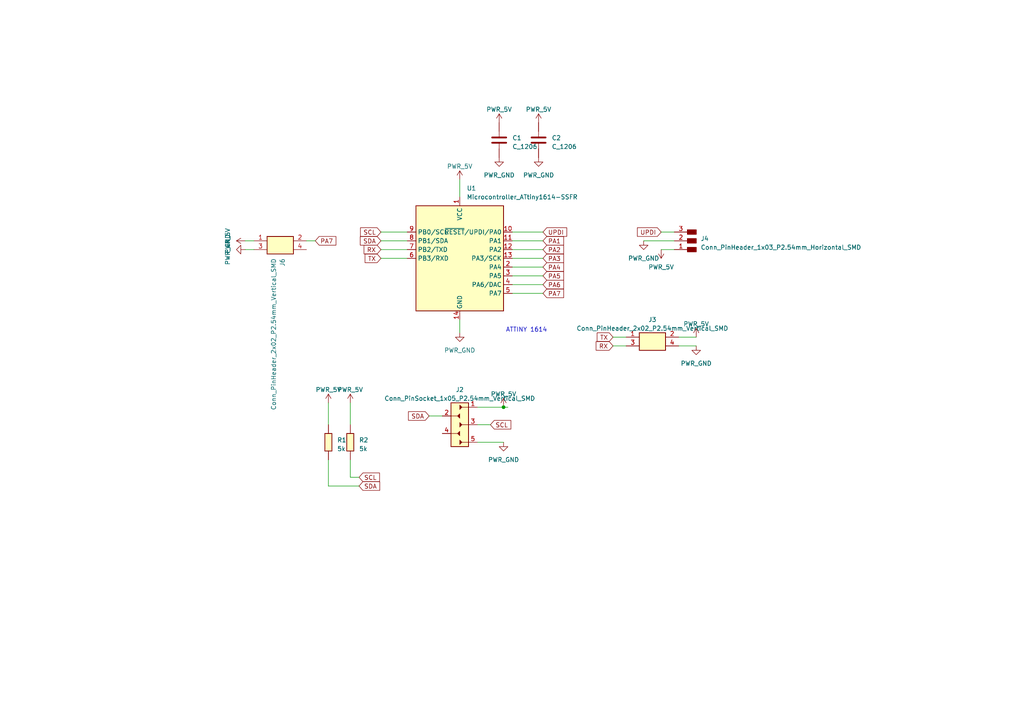
<source format=kicad_sch>
(kicad_sch (version 20230121) (generator eeschema)
  (paper "A4")
  (lib_symbols
    (symbol "C_1206_1" (pin_numbers hide)
      (property "Reference" "C" (at 0.635 2.54 0))
      (property "Value" "C_1206" (at 0.635 -2.54 0))
      (symbol "C_1206_1_0_1"
        (polyline (pts (xy -2.032 -0.762) (xy 2.032 -0.762)) (stroke (width 0.508)))
        (polyline (pts (xy -2.032 0.762) (xy 2.032 0.762)) (stroke (width 0.508)))
        (polyline (pts (xy 0 -0.635) (xy 0 -2.54)))
        (polyline (pts (xy 0 0.635) (xy 0 2.54)))
      )
      (symbol "C_1206_1_1_1"
        (pin passive line (at 0 5.08 270) (length 2.54) (name "~") (number "1"))
        (pin passive line (at 0 -5.08 90) (length 2.54) (name "~") (number "2"))
      )
    )
    (symbol "fab:Conn_PinHeader_1x03_P2.54mm_Horizontal_SMD" (pin_names hide)
      (property "Reference" "J" (at 0 5.08 0))
      (property "Value" "Conn_PinHeader_1x03_P2.54mm_Horizontal_SMD" (at 0 -5.08 0))
      (symbol "Conn_PinHeader_1x03_P2.54mm_Horizontal_SMD_1_1"
        (rectangle (start -1.27 -1.905) (end 1.27 -3.175) (stroke (width 0.254)) (fill (type outline)))
        (rectangle (start -1.27 0.635) (end 1.27 -0.635) (stroke (width 0.254)) (fill (type outline)))
        (rectangle (start -1.27 3.175) (end 1.27 1.905) (stroke (width 0.254)) (fill (type outline)))
        (pin passive line (at 5.08 2.54 180) (length 3.81) (name "Pin_1") (number "1"))
        (pin passive line (at 5.08 0 180) (length 3.81) (name "Pin_2") (number "2"))
        (pin passive line (at 5.08 -2.54 180) (length 3.81) (name "Pin_3") (number "3"))
      )
    )
    (symbol "fab:Conn_PinHeader_2x02_P2.54mm_Vertical_SMD" (pin_names hide)
      (property "Reference" "J" (at 0 3.81 0))
      (property "Value" "Conn_PinHeader_2x02_P2.54mm_Vertical_SMD" (at 0 -3.81 0))
      (symbol "Conn_PinHeader_2x02_P2.54mm_Vertical_SMD_1_1"
        (rectangle (start -3.81 2.54) (end 3.81 -2.54) (stroke (width 0.254)) (fill (type background)))
        (pin passive line (at -7.62 1.27 0) (length 3.81) (name "Pin_1") (number "1"))
        (pin passive line (at 7.62 1.27 180) (length 3.81) (name "Pin_2") (number "2"))
        (pin passive line (at -7.62 -1.27 0) (length 3.81) (name "Pin_3") (number "3"))
        (pin passive line (at 7.62 -1.27 180) (length 3.81) (name "Pin_4") (number "4"))
      )
    )
    (symbol "fab:Conn_PinSocket_1x05_P2.54mm_Vertical_SMD" (pin_names hide)
      (property "Reference" "J" (at 0 7.62 0))
      (property "Value" "Conn_PinSocket_1x05_P2.54mm_Vertical_SMD" (at 0 -7.62 0))
      (symbol "Conn_PinSocket_1x05_P2.54mm_Vertical_SMD_0_0"
        (rectangle (start -2.54 6.35) (end 2.54 -6.35) (stroke (width 0.254)) (fill (type background)))
        (polyline (pts (xy 0 -2.54) (xy -2.54 -2.54)))
        (polyline (pts (xy 0 2.54) (xy -2.54 2.54)))
        (polyline (pts (xy 2.54 -5.08) (xy 0 -5.08)))
        (polyline (pts (xy 2.54 0) (xy 0 0)))
        (polyline (pts (xy 2.54 5.08) (xy 0 5.08)))
        (polyline (pts (xy 0 -5.715) (xy 0.635 -5.08) (xy 0 -4.445) (xy 0 -5.715)) (fill (type outline)))
        (polyline (pts (xy 0 -3.175) (xy -0.635 -2.54) (xy 0 -1.905) (xy 0 -3.175)) (fill (type outline)))
        (polyline (pts (xy 0 -0.635) (xy 0.635 0) (xy 0 0.635) (xy 0 -0.635)) (fill (type outline)))
        (polyline (pts (xy 0 1.905) (xy -0.635 2.54) (xy 0 3.175) (xy 0 1.905)) (fill (type outline)))
        (polyline (pts (xy 0 4.445) (xy 0.635 5.08) (xy 0 5.715) (xy 0 4.445)) (fill (type outline)))
      )
      (symbol "Conn_PinSocket_1x05_P2.54mm_Vertical_SMD_1_1"
        (pin passive line (at 5.08 5.08 180) (length 2.54) (name "Pin_1") (number "1"))
        (pin passive line (at -5.08 2.54 0) (length 2.54) (name "Pin_2") (number "2"))
        (pin passive line (at 5.08 0 180) (length 2.54) (name "Pin_1") (number "3"))
        (pin passive line (at -5.08 -2.54 0) (length 2.54) (name "Pin_2") (number "4"))
        (pin passive line (at 5.08 -5.08 180) (length 2.54) (name "Pin_1") (number "5"))
      )
    )
    (symbol "fab:Microcontroller_ATtiny1614-SSFR"
      (property "Reference" "U" (at -12.7 17.78 0))
      (property "Value" "Microcontroller_ATtiny1614-SSFR" (at 7.62 17.78 0))
      (symbol "Microcontroller_ATtiny1614-SSFR_0_1"
        (rectangle (start -12.7 -15.24) (end 12.7 15.24) (stroke (width 0.254)) (fill (type background)))
      )
      (symbol "Microcontroller_ATtiny1614-SSFR_1_1"
        (pin power_in line (at 0 17.78 270) (length 2.54) (name "VCC") (number "1"))
        (pin bidirectional line (at 15.24 7.62 180) (length 2.54) (name "~{RESET}/UPDI/PA0") (number "10"))
        (pin bidirectional line (at 15.24 5.08 180) (length 2.54) (name "PA1") (number "11"))
        (pin bidirectional line (at 15.24 2.54 180) (length 2.54) (name "PA2") (number "12"))
        (pin bidirectional line (at 15.24 0 180) (length 2.54) (name "PA3/SCK") (number "13"))
        (pin power_in line (at 0 -17.78 90) (length 2.54) (name "GND") (number "14"))
        (pin bidirectional line (at 15.24 -2.54 180) (length 2.54) (name "PA4") (number "2"))
        (pin bidirectional line (at 15.24 -5.08 180) (length 2.54) (name "PA5") (number "3"))
        (pin bidirectional line (at 15.24 -7.62 180) (length 2.54) (name "PA6/DAC") (number "4"))
        (pin bidirectional line (at 15.24 -10.16 180) (length 2.54) (name "PA7") (number "5"))
        (pin bidirectional line (at -15.24 0 0) (length 2.54) (name "PB3/RXD") (number "6"))
        (pin bidirectional line (at -15.24 2.54 0) (length 2.54) (name "PB2/TXD") (number "7"))
        (pin bidirectional line (at -15.24 5.08 0) (length 2.54) (name "PB1/SDA") (number "8"))
        (pin bidirectional line (at -15.24 7.62 0) (length 2.54) (name "PB0/SCL") (number "9"))
      )
    )
    (symbol "fab:PWR_5V" (power) (pin_names (offset 0))
      (property "Value" "PWR_5V" (at 0 3.556 0))
      (symbol "PWR_5V_0_1"
        (polyline (pts (xy -0.762 1.27) (xy 0 2.54)))
        (polyline (pts (xy 0 0) (xy 0 2.54)))
        (polyline (pts (xy 0 2.54) (xy 0.762 1.27)))
      )
      (symbol "PWR_5V_1_1"
        (pin power_in line (at 0 0 90) (length 0) hide (name "PWR_5V") (number "1"))
      )
    )
    (symbol "fab:PWR_GND" (power) (pin_names (offset 0))
      (property "Value" "PWR_GND" (at 0 -3.81 0))
      (symbol "PWR_GND_0_1"
        (polyline (pts (xy 0 0) (xy 0 -1.27) (xy 1.27 -1.27) (xy 0 -2.54) (xy -1.27 -1.27) (xy 0 -1.27)))
      )
      (symbol "PWR_GND_1_1"
        (pin power_in line (at 0 0 270) (length 0) hide (name "PWR_GND") (number "1"))
      )
    )
    (symbol "fab:R_1206" (pin_numbers hide) (pin_names (offset 0))
      (property "Reference" "R" (at 2.54 0 90))
      (property "Value" "R_1206" (at -2.54 0 90))
      (symbol "R_1206_0_1"
        (rectangle (start -1.016 -2.54) (end 1.016 2.54) (stroke (width 0.254)) (fill (type background)))
      )
      (symbol "R_1206_1_1"
        (pin passive line (at 0 5.08 270) (length 2.54) (name "~") (number "1"))
        (pin passive line (at 0 -5.08 90) (length 2.54) (name "~") (number "2"))
      )
    )
  )
  (junction (at 146.05 118.11))
  (wire (pts (xy 148.59 67.31) (xy 157.48 67.31)))
  (wire (pts (xy 133.35 52.07) (xy 133.35 57.15)))
  (wire (pts (xy 177.8 97.79) (xy 181.61 97.79)))
  (wire (pts (xy 196.85 97.79) (xy 201.93 97.79)))
  (wire (pts (xy 110.49 74.93) (xy 118.11 74.93)))
  (wire (pts (xy 133.35 92.71) (xy 133.35 96.52)))
  (wire (pts (xy 138.43 128.27) (xy 146.05 128.27)))
  (wire (pts (xy 91.44 69.85) (xy 88.9 69.85)))
  (wire (pts (xy 101.6 138.43) (xy 104.14 138.43)))
  (wire (pts (xy 148.59 72.39) (xy 157.48 72.39)))
  (wire (pts (xy 146.05 118.11) (xy 147.32 118.11)))
  (wire (pts (xy 95.25 133.35) (xy 95.25 140.97)))
  (wire (pts (xy 73.66 72.39) (xy 71.12 72.39)))
  (wire (pts (xy 177.8 100.33) (xy 181.61 100.33)))
  (wire (pts (xy 191.77 67.31) (xy 195.58 67.31)))
  (wire (pts (xy 148.59 82.55) (xy 157.48 82.55)))
  (wire (pts (xy 124.46 120.65) (xy 128.27 120.65)))
  (wire (pts (xy 138.43 123.19) (xy 142.24 123.19)))
  (wire (pts (xy 95.25 140.97) (xy 104.14 140.97)))
  (wire (pts (xy 148.59 85.09) (xy 157.48 85.09)))
  (wire (pts (xy 138.43 118.11) (xy 146.05 118.11)))
  (wire (pts (xy 101.6 116.84) (xy 101.6 123.19)))
  (wire (pts (xy 148.59 69.85) (xy 157.48 69.85)))
  (wire (pts (xy 148.59 74.93) (xy 157.48 74.93)))
  (wire (pts (xy 95.25 116.84) (xy 95.25 123.19)))
  (wire (pts (xy 110.49 72.39) (xy 118.11 72.39)))
  (wire (pts (xy 110.49 67.31) (xy 118.11 67.31)))
  (wire (pts (xy 186.69 69.85) (xy 195.58 69.85)))
  (wire (pts (xy 110.49 69.85) (xy 118.11 69.85)))
  (wire (pts (xy 191.77 72.39) (xy 195.58 72.39)))
  (wire (pts (xy 148.59 80.01) (xy 157.48 80.01)))
  (wire (pts (xy 101.6 133.35) (xy 101.6 138.43)))
  (wire (pts (xy 196.85 100.33) (xy 201.93 100.33)))
  (wire (pts (xy 148.59 77.47) (xy 157.48 77.47)))
  (wire (pts (xy 73.66 69.85) (xy 71.12 69.85)))
  (text "ATTINY 1614" (at 158.75 96.52 0) (effects (font (size 1.27 1.27)) (justify right bottom)))
  (global_label "PA3" (shape input) (at 157.48 74.93 0) (property "Intersheetrefs" "${INTERSHEET_REFS}" (effects hide)))
  (global_label "SDA" (shape input) (at 104.14 140.97 0) (property "Intersheetrefs" "${INTERSHEET_REFS}" (effects hide)))
  (global_label "SCL" (shape input) (at 110.49 67.31 180) (property "Intersheetrefs" "${INTERSHEET_REFS}" (effects hide)))
  (global_label "PA7" (shape input) (at 91.44 69.85 0) (property "Intersheetrefs" "${INTERSHEET_REFS}" (effects hide)))
  (global_label "SDA" (shape input) (at 110.49 69.85 180) (property "Intersheetrefs" "${INTERSHEET_REFS}" (effects hide)))
  (global_label "TX" (shape input) (at 177.8 97.79 180) (property "Intersheetrefs" "${INTERSHEET_REFS}" (effects hide)))
  (global_label "SDA" (shape input) (at 124.46 120.65 180) (property "Intersheetrefs" "${INTERSHEET_REFS}" (effects hide)))
  (global_label "RX" (shape input) (at 177.8 100.33 180) (property "Intersheetrefs" "${INTERSHEET_REFS}" (effects hide)))
  (global_label "UPDI" (shape input) (at 157.48 67.31 0) (property "Intersheetrefs" "${INTERSHEET_REFS}" (effects hide)))
  (global_label "TX" (shape input) (at 110.49 74.93 180) (property "Intersheetrefs" "${INTERSHEET_REFS}" (effects hide)))
  (global_label "PA2" (shape input) (at 157.48 72.39 0) (property "Intersheetrefs" "${INTERSHEET_REFS}" (effects hide)))
  (global_label "PA1" (shape input) (at 157.48 69.85 0) (property "Intersheetrefs" "${INTERSHEET_REFS}" (effects hide)))
  (global_label "SCL" (shape input) (at 104.14 138.43 0) (property "Intersheetrefs" "${INTERSHEET_REFS}" (effects hide)))
  (global_label "PA6" (shape input) (at 157.48 82.55 0) (property "Intersheetrefs" "${INTERSHEET_REFS}" (effects hide)))
  (global_label "PA5" (shape input) (at 157.48 80.01 0) (property "Intersheetrefs" "${INTERSHEET_REFS}" (effects hide)))
  (global_label "UPDI" (shape input) (at 191.77 67.31 180) (property "Intersheetrefs" "${INTERSHEET_REFS}" (effects hide)))
  (global_label "SCL" (shape input) (at 142.24 123.19 0) (property "Intersheetrefs" "${INTERSHEET_REFS}" (effects hide)))
  (global_label "PA4" (shape input) (at 157.48 77.47 0) (property "Intersheetrefs" "${INTERSHEET_REFS}" (effects hide)))
  (global_label "RX" (shape input) (at 110.49 72.39 180) (property "Intersheetrefs" "${INTERSHEET_REFS}" (effects hide)))
  (global_label "PA7" (shape input) (at 157.48 85.09 0) (property "Intersheetrefs" "${INTERSHEET_REFS}" (effects hide)))
  (symbol (lib_id "fab:PWR_5V") (at 101.6 116.84 0) (unit 1)
    (property "Reference" "#PWR04" (effects hide))
    (property "Value" "PWR_5V" (at 101.6 113.03 0))
  )
  (symbol (lib_id "fab:PWR_GND") (at 144.78 45.72 0) (unit 1)
    (property "Reference" "#PWR08" (effects hide))
    (property "Value" "PWR_GND" (at 144.78 50.8 0))
  )
  (symbol (lib_id "fab:PWR_GND") (at 186.69 69.85 0) (unit 1)
    (property "Reference" "#PWR013" (effects hide))
    (property "Value" "PWR_GND" (at 186.69 74.93 0))
  )
  (symbol (lib_id "fab:PWR_5V") (at 95.25 116.84 0) (unit 1)
    (property "Reference" "#PWR03" (effects hide))
    (property "Value" "PWR_5V" (at 95.25 113.03 0))
  )
  (symbol (lib_id "fab:PWR_5V") (at 201.93 97.79 0) (unit 1)
    (property "Reference" "#PWR015" (effects hide))
    (property "Value" "PWR_5V" (at 201.93 93.98 0))
  )
  (symbol (lib_id "fab:PWR_5V") (at 71.12 69.85 90) (unit 1)
    (property "Reference" "#PWR01" (effects hide))
    (property "Value" "PWR_5V" (at 66.04 69.85 0))
  )
  (symbol (lib_id "fab:Conn_PinHeader_2x02_P2.54mm_Vertical_SMD") (at 189.23 99.06 0) (unit 1)
    (property "Reference" "J3" (at 189.23 92.71 0))
    (property "Value" "Conn_PinHeader_2x02_P2.54mm_Vertical_SMD" (at 189.23 95.25 0))
    (property "Footprint" "fab:PinHeader_2x02_P2.54mm_Vertical_SMD" (effects hide))
    (property "Datasheet" "https://cdn.amphenol-icc.com/media/wysiwyg/files/drawing/95278.pdf" (effects hide))
  )
  (symbol (lib_id "fab:PWR_5V") (at 144.78 35.56 0) (unit 1)
    (property "Reference" "#PWR07" (effects hide))
    (property "Value" "PWR_5V" (at 144.78 31.75 0))
  )
  (symbol (lib_id "fab:PWR_GND") (at 201.93 100.33 0) (unit 1)
    (property "Reference" "#PWR016" (effects hide))
    (property "Value" "PWR_GND" (at 201.93 105.41 0))
  )
  (symbol (lib_id "fab:PWR_GND") (at 146.05 128.27 0) (unit 1)
    (property "Reference" "#PWR010" (effects hide))
    (property "Value" "PWR_GND" (at 146.05 133.35 0))
  )
  (symbol (lib_id "fab:PWR_5V") (at 146.05 118.11 0) (unit 1)
    (property "Reference" "#PWR09" (effects hide))
    (property "Value" "PWR_5V" (at 146.05 114.3 0))
  )
  (symbol (lib_id "fab:PWR_GND") (at 133.35 96.52 0) (unit 1)
    (property "Reference" "#PWR06" (effects hide))
    (property "Value" "PWR_GND" (at 133.35 101.6 0))
  )
  (symbol (lib_id "fab:PWR_5V") (at 133.35 52.07 0) (unit 1)
    (property "Reference" "#PWR05" (effects hide))
    (property "Value" "PWR_5V" (at 133.35 48.26 0))
  )
  (symbol (lib_id "fab:Conn_PinHeader_1x03_P2.54mm_Horizontal_SMD") (at 200.66 69.85 180) (unit 1)
    (property "Reference" "J4" (at 203.2 69.215 0) (effects (justify right)))
    (property "Value" "Conn_PinHeader_1x03_P2.54mm_Horizontal_SMD" (at 203.2 71.755 0) (effects (justify right)))
    (property "Footprint" "fab:PinHeader_1x03_P2.54mm_Horizontal_SMD" (effects hide))
  )
  (symbol (lib_id "fab:R_1206") (at 95.25 128.27 0) (unit 1)
    (property "Reference" "R1" (at 97.79 127.635 0) (effects (justify left)))
    (property "Value" "5k" (at 97.79 130.175 0) (effects (justify left)))
    (property "Footprint" "fab:R_1206" (effects hide))
  )
  (symbol (lib_id "fab:PWR_5V") (at 156.21 35.56 0) (unit 1)
    (property "Reference" "#PWR011" (effects hide))
    (property "Value" "PWR_5V" (at 156.21 31.75 0))
  )
  (symbol (lib_id "fab:PWR_5V") (at 191.77 72.39 180) (unit 1)
    (property "Reference" "#PWR014" (effects hide))
    (property "Value" "PWR_5V" (at 191.77 77.47 0))
  )
  (symbol (lib_id "fab:R_1206") (at 101.6 128.27 0) (unit 1)
    (property "Reference" "R2" (at 104.14 127.635 0) (effects (justify left)))
    (property "Value" "5k" (at 104.14 130.175 0) (effects (justify left)))
    (property "Footprint" "fab:R_1206" (effects hide))
  )
  (symbol (lib_id "fab:Conn_PinSocket_1x05_P2.54mm_Vertical_SMD") (at 133.35 123.19 0) (unit 1)
    (property "Reference" "J2" (at 133.35 113.03 0))
    (property "Value" "Conn_PinSocket_1x05_P2.54mm_Vertical_SMD" (at 133.35 115.57 0))
    (property "Footprint" "fab:PinSocket_1x05_P2.54mm_Vertical_SMD" (effects hide))
    (property "Datasheet" "https://media.digikey.com/pdf/Data%20Sheets/Sullins%20PDFs/NPxCxx1KFXx-RC%2010487-D.pdf" (effects hide))
  )
  (symbol (lib_id "fab:PWR_GND") (at 156.21 45.72 0) (unit 1)
    (property "Reference" "#PWR012" (effects hide))
    (property "Value" "PWR_GND" (at 156.21 50.8 0))
  )
  (symbol (lib_id "fab:Microcontroller_ATtiny1614-SSFR") (at 133.35 74.93 0) (unit 1)
    (property "Reference" "U1" (at 135.3694 54.61 0) (effects (justify left)))
    (property "Value" "Microcontroller_ATtiny1614-SSFR" (at 135.3694 57.15 0) (effects (justify left)))
    (property "Footprint" "fab:SOIC-14_3.9x8.7mm_P1.27mm" (effects hide))
    (property "Datasheet" "http://ww1.microchip.com/downloads/en/DeviceDoc/ATtiny1614-16-17-DataSheet-DS40002204A.pdf" (effects hide))
  )
  (symbol (lib_id "fab:PWR_GND") (at 71.12 72.39 270) (unit 1)
    (property "Reference" "#PWR02" (effects hide))
    (property "Value" "PWR_GND" (at 66.04 72.39 0))
  )
  (symbol (lib_id "fab:Conn_PinHeader_2x02_P2.54mm_Vertical_SMD") (at 81.28 71.12 0) (unit 1)
    (property "Reference" "J6" (at 81.915 74.93 90) (effects (justify right)))
    (property "Value" "Conn_PinHeader_2x02_P2.54mm_Vertical_SMD" (at 79.375 74.93 90) (effects (justify right)))
    (property "Footprint" "fab:PinHeader_2x02_P2.54mm_Vertical_SMD" (effects hide))
    (property "Datasheet" "https://cdn.amphenol-icc.com/media/wysiwyg/files/drawing/95278.pdf" (effects hide))
  )
  (symbol (lib_name "C_1206_1") (lib_id "fab:C_1206") (at 156.21 40.64 0) (unit 1)
    (property "Reference" "C2" (at 160.02 40.005 0) (effects (justify left)))
    (property "Value" "C_1206" (at 160.02 42.545 0) (effects (justify left)))
    (property "Footprint" "fab:C_1206" (effects hide))
    (property "Datasheet" "https://www.yageo.com/upload/media/product/productsearch/datasheet/mlcc/UPY-GP_NP0_16V-to-50V_18.pdf" (effects hide))
  )
  (symbol (lib_name "C_1206_1") (lib_id "fab:C_1206") (at 144.78 40.64 0) (unit 1)
    (property "Reference" "C1" (at 148.59 40.005 0) (effects (justify left)))
    (property "Value" "C_1206" (at 148.59 42.545 0) (effects (justify left)))
    (property "Footprint" "fab:C_1206" (effects hide))
    (property "Datasheet" "https://www.yageo.com/upload/media/product/productsearch/datasheet/mlcc/UPY-GP_NP0_16V-to-50V_18.pdf" (effects hide))
  )
)
</source>
